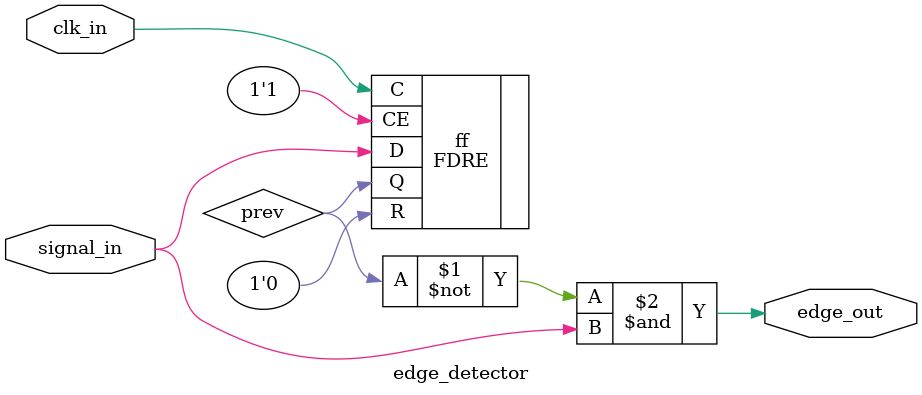
<source format=v>
`timescale 1ns / 1ps

module edge_detector
(
    input clk_in,
    input signal_in,
    
    output edge_out
);
    
    wire prev;
    
    FDRE ff (.R(1'b0), .C(clk_in), .CE(1'b1), .Q(prev), .D(signal_in));
    
    assign edge_out = ~prev & signal_in;
    
endmodule
</source>
